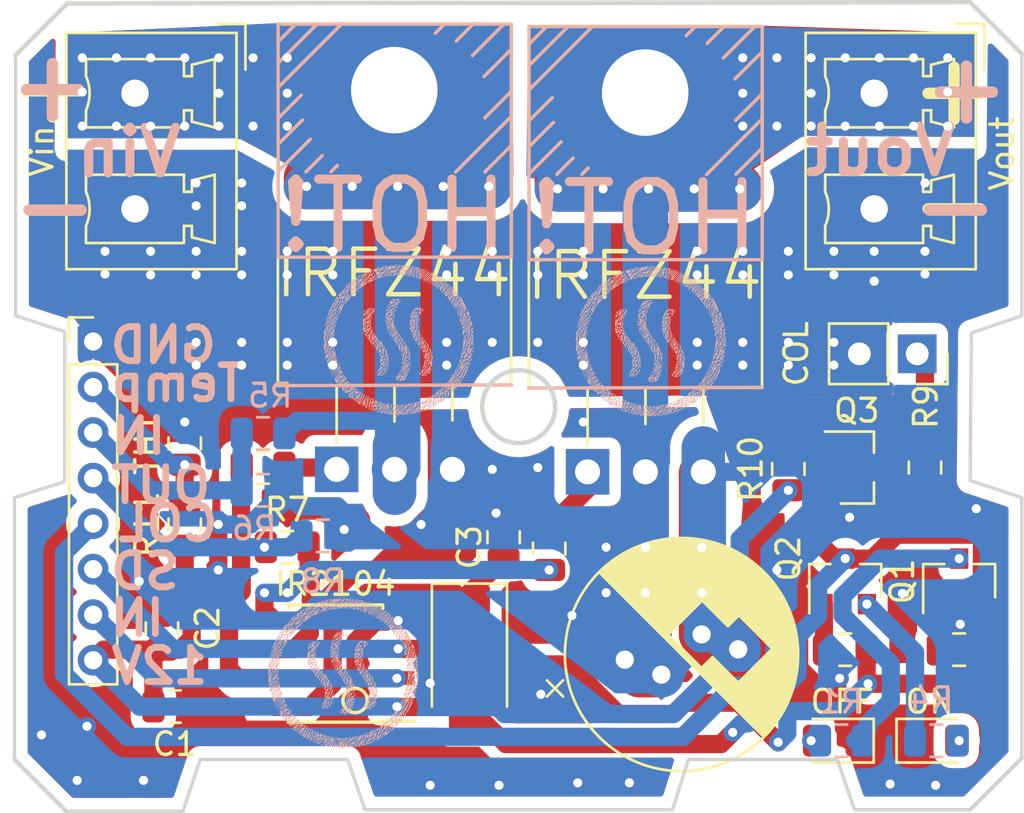
<source format=kicad_pcb>
(kicad_pcb (version 20171130) (host pcbnew 5.0.2-bee76a0~70~ubuntu18.04.1)
  (layers (0 F.Cu signal) (31 B.Cu signal) (34 B.Paste user) (35 F.Paste user) (36 B.SilkS user) (37 F.SilkS user) (38 B.Mask user) (39 F.Mask user) (44 Edge.Cuts user))
  (net 0 "")
  (net 1 12V)
  (net 2 GND)
  (net 3 Vout)
  (net 4 "Net-(C3-Pad2)")
  (net 5 "Net-(D1-Pad2)")
  (net 6 "Net-(D2-Pad2)")
  (net 7 Temp)
  (net 8 Vin_log)
  (net 9 Vout_log)
  (net 10 Col)
  (net 11 SD)
  (net 12 IN)
  (net 13 Vin)
  (net 14 "Net-(Q1-Pad1)")
  (net 15 "Net-(Q1-Pad3)")
  (net 16 "Net-(Q2-Pad2)")
  (net 17 "Net-(Q2-Pad1)")
  (net 18 "Net-(Q3-Pad1)")
  (net 19 "Net-(Q3-Pad3)")
  (net 20 "Net-(Q4-Pad1)")
  (net 21 "Net-(Q5-Pad1)")
  (net 22 Vcol)
  (net 23 "Net-(R12-Pad2)")
  (net 24 "Net-(R13-Pad2)")
  (module pcb:hot-s (layer B.Cu) (at 73.44 104.544)
    (fp_text reference G*** hide)
    (fp_text value LOGO hide)
  )
  (module pcb:hot-s (layer B.Cu) (at 86.94 89.964)
    (fp_text reference G*** hide)
    (fp_text value LOGO hide)
  )
  (module pcb:TO-220-IRFZ44-DWN (layer F.Cu) (at 84.186 95.688)
    (fp_text reference Q5 hide)
    (fp_text value IRFZ44N)
    (fp_text user HOT! (at 2.49 -11.12 180) (layer B.SilkS) (effects (font (size 3 3) (thickness 0.4)) (justify mirror)))
    (fp_text user IRFZ44 (at 2.5 -8.61) (layer F.SilkS) (effects (font (size 2 2) (thickness 0.2))))
    (pad 2 thru_hole oval (at 6.68 -12.43) (size 1 1) (drill 0.4) (layers *.Cu *.Mask) (net 3 Vout))
    (pad 2 thru_hole oval (at 4.68 -12.43) (size 1 1) (drill 0.4) (layers *.Cu *.Mask) (net 3 Vout))
    (pad 2 thru_hole oval (at 2.68 -12.43) (size 1 1) (drill 0.4) (layers *.Cu *.Mask) (net 3 Vout))
    (pad 2 thru_hole oval (at 0.68 -12.43) (size 1 1) (drill 0.4) (layers *.Cu *.Mask) (net 3 Vout))
    (pad 2 thru_hole oval (at -1.32 -12.43) (size 1 1) (drill 0.4) (layers *.Cu *.Mask) (net 3 Vout))
    (pad 2 thru_hole oval (at 2.53 -16.66) (size 8 6) (drill 3.8 (offset 0 0.5)) (layers *.Cu *.Mask) (net 3 Vout))
    (pad 3 thru_hole oval (at 5.08 0) (size 1.905 4) (drill 1.1) (layers *.Cu *.Mask) (net 2 GND))
    (pad 2 thru_hole oval (at 2.54 0) (size 1.905 4) (drill 1.1) (layers *.Cu *.Mask) (net 3 Vout))
    (pad 1 thru_hole rect (at 0 0) (size 1.905 2) (drill 1.1) (layers *.Cu *.Mask) (net 21 "Net-(Q5-Pad1)"))
  )
  (module Capacitor_SMD:C_0805_2012Metric (layer F.Cu) (at 66.0625 106 180)
    (fp_text reference C1 (at 0 -1.65 180) (layer F.SilkS))
    (fp_text value 10uF hide)
    (pad 2 smd roundrect (at 0.9375 0 180) (size 0.975 1.4) (layers F.Cu F.Paste F.Mask) (net 1 12V))
    (pad 1 smd roundrect (at -0.9375 0 180) (size 0.975 1.4) (layers F.Cu F.Paste F.Mask) (net 2 GND))
  )
  (module Capacitor_SMD:C_0805_2012Metric (layer F.Cu) (at 65.5 102.5625 90)
    (fp_text reference C2 (at 0 2 90) (layer F.SilkS))
    (fp_text value 100nF hide)
    (pad 1 smd roundrect (at -0.9375 0 90) (size 0.975 1.4) (layers F.Cu F.Paste F.Mask) (net 1 12V))
    (pad 2 smd roundrect (at 0.9375 0 90) (size 0.975 1.4) (layers F.Cu F.Paste F.Mask) (net 2 GND))
  )
  (module Capacitor_SMD:C_0805_2012Metric (layer F.Cu) (at 80.5 98.5625 270)
    (fp_text reference C3 (at 0.4375 1.5 270) (layer F.SilkS))
    (fp_text value 22uF hide)
    (pad 1 smd roundrect (at -0.9375 0 270) (size 0.975 1.4) (layers F.Cu F.Paste F.Mask) (net 3 Vout))
    (pad 2 smd roundrect (at 0.9375 0 270) (size 0.975 1.4) (layers F.Cu F.Paste F.Mask) (net 4 "Net-(C3-Pad2)"))
  )
  (module Capacitor_THT:CP_Radial_D10.0mm_P2.50mm_P5.00mm (layer F.Cu) (at 87.426 104.598 45)
    (fp_text reference C4 hide)
    (fp_text value CP1 hide)
    (pad 1 thru_hole rect (at 0 0 45) (size 1.6 1.6) (drill 0.8) (layers *.Cu *.Mask) (net 3 Vout))
    (pad 2 thru_hole circle (at 2.5 0 45) (size 1.6 1.6) (drill 0.8) (layers *.Cu *.Mask) (net 2 GND))
    (pad 1 thru_hole rect (at -0.670937 -1.6 45) (size 1.6 1.6) (drill 0.8) (layers *.Cu *.Mask) (net 3 Vout))
    (pad 2 thru_hole circle (at 3.170937 1.6 45) (size 1.6 1.6) (drill 0.8) (layers *.Cu *.Mask) (net 2 GND))
  )
  (module Diode_SMD:D_0805_2012Metric (layer F.Cu) (at 95.0625 107.5 180)
    (fp_text reference D1 hide)
    (fp_text value OFF (at -0.3015 1.714 180) (layer F.SilkS))
    (pad 2 smd roundrect (at 0.9375 0 180) (size 0.975 1.4) (layers F.Cu F.Paste F.Mask) (net 5 "Net-(D1-Pad2)"))
    (pad 1 smd roundrect (at -0.9375 0 180) (size 0.975 1.4) (layers F.Cu F.Paste F.Mask) (net 2 GND))
  )
  (module Diode_SMD:D_0805_2012Metric (layer F.Cu) (at 99.4375 107.5)
    (fp_text reference D2 hide)
    (fp_text value ON (at -0.2395 -1.714) (layer F.SilkS))
    (pad 1 smd roundrect (at -0.9375 0) (size 0.975 1.4) (layers F.Cu F.Paste F.Mask) (net 2 GND))
    (pad 2 smd roundrect (at 0.9375 0) (size 0.975 1.4) (layers F.Cu F.Paste F.Mask) (net 6 "Net-(D2-Pad2)"))
  )
  (module Diode_SMD:D_SMA (layer F.Cu) (at 79 104 270)
    (fp_text reference D3 hide)
    (fp_text value D_Schottky hide)
    (pad 1 smd rect (at -2 0 270) (size 2.5 1.8) (layers F.Cu F.Paste F.Mask) (net 4 "Net-(C3-Pad2)"))
    (pad 2 smd rect (at 2 0 270) (size 2.5 1.8) (layers F.Cu F.Paste F.Mask) (net 1 12V))
  )
  (module Connector_PinHeader_2.00mm:PinHeader_1x08_P2.00mm_Vertical (layer F.Cu) (at 62.478 89.964)
    (fp_text reference J1 hide)
    (fp_text value "NXW P2mm" hide)
    (pad 1 thru_hole rect (at 0 0) (size 1.35 1.35) (drill 0.8) (layers *.Cu *.Mask) (net 2 GND))
    (pad 2 thru_hole oval (at 0 2) (size 1.35 1.35) (drill 0.8) (layers *.Cu *.Mask) (net 7 Temp))
    (pad 3 thru_hole oval (at 0 4) (size 1.35 1.35) (drill 0.8) (layers *.Cu *.Mask) (net 8 Vin_log))
    (pad 4 thru_hole oval (at 0 6) (size 1.35 1.35) (drill 0.8) (layers *.Cu *.Mask) (net 9 Vout_log))
    (pad 5 thru_hole oval (at 0 8) (size 1.35 1.35) (drill 0.8) (layers *.Cu *.Mask) (net 10 Col))
    (pad 6 thru_hole oval (at 0 10) (size 1.35 1.35) (drill 0.8) (layers *.Cu *.Mask) (net 11 SD))
    (pad 7 thru_hole oval (at 0 12) (size 1.35 1.35) (drill 0.8) (layers *.Cu *.Mask) (net 12 IN))
    (pad 8 thru_hole oval (at 0 14) (size 1.35 1.35) (drill 0.8) (layers *.Cu *.Mask) (net 1 12V))
  )
  (module Connector_Phoenix_MC_HighVoltage:PhoenixContact_MCV_1,5_2-G-5.08_1x02_P5.08mm_Vertical (layer F.Cu) (at 64.314 79.056 270)
    (fp_text reference J2)
    (fp_text value Vin (at 2.54 4.1 270) (layer F.SilkS))
    (pad 1 thru_hole roundrect (at 0 0 270) (size 1.8 3.6) (drill 1.2) (layers *.Cu *.Mask) (roundrect_rratio 0.138889) (net 13 Vin))
    (pad 2 thru_hole oval (at 5.08 0 270) (size 1.8 3.6) (drill 1.2) (layers *.Cu *.Mask) (net 2 GND))
  )
  (module Connector_Phoenix_MC_HighVoltage:PhoenixContact_MCV_1,5_2-G-5.08_1x02_P5.08mm_Vertical (layer F.Cu) (at 96.768 79.056 270)
    (fp_text reference J3)
    (fp_text value Vout (at 2.646 -5.616 270) (layer F.SilkS))
    (pad 2 thru_hole oval (at 5.08 0 270) (size 1.8 3.6) (drill 1.2) (layers *.Cu *.Mask) (net 2 GND))
    (pad 1 thru_hole roundrect (at 0 0 270) (size 1.8 3.6) (drill 1.2) (layers *.Cu *.Mask) (roundrect_rratio 0.138889) (net 3 Vout))
  )
  (module Connector_PinSocket_2.54mm:PinSocket_1x02_P2.54mm_Vertical (layer F.Cu) (at 98.658 90.504 270)
    (fp_text reference J4 hide)
    (fp_text value COL (at 0 5.31 270) (layer F.SilkS))
    (pad 1 thru_hole rect (at 0 0 270) (size 1.7 1.7) (drill 1) (layers *.Cu *.Mask) (net 22 Vcol))
    (pad 2 thru_hole oval (at 0 2.54 270) (size 1.7 1.7) (drill 1) (layers *.Cu *.Mask) (net 2 GND))
  )
  (module Package_TO_SOT_SMD:SOT-23 (layer F.Cu) (at 100.5 100.5 90)
    (fp_text reference Q1 (at 0 -2.5 90) (layer F.SilkS))
    (fp_text value Q_NPN_BCE hide)
    (pad 1 smd rect (at -1 -0.95 90) (size 0.9 0.8) (layers F.Cu F.Paste F.Mask) (net 14 "Net-(Q1-Pad1)"))
    (pad 2 smd rect (at -1 0.95 90) (size 0.9 0.8) (layers F.Cu F.Paste F.Mask) (net 1 12V))
    (pad 3 smd rect (at 1 0 90) (size 0.9 0.8) (layers F.Cu F.Paste F.Mask) (net 15 "Net-(Q1-Pad3)"))
  )
  (module Package_TO_SOT_SMD:SOT-23 (layer F.Cu) (at 95.5 100.5 90)
    (fp_text reference Q2 (at 1 -2.5 90) (layer F.SilkS))
    (fp_text value Q_PNP_BCE hide)
    (pad 3 smd rect (at 1 0 90) (size 0.9 0.8) (layers F.Cu F.Paste F.Mask) (net 1 12V))
    (pad 2 smd rect (at -1 0.95 90) (size 0.9 0.8) (layers F.Cu F.Paste F.Mask) (net 16 "Net-(Q2-Pad2)"))
    (pad 1 smd rect (at -1 -0.95 90) (size 0.9 0.8) (layers F.Cu F.Paste F.Mask) (net 17 "Net-(Q2-Pad1)"))
  )
  (module Package_TO_SOT_SMD:SOT-23 (layer F.Cu) (at 96 95.5)
    (fp_text reference Q3 (at 0 -2.5) (layer F.SilkS))
    (fp_text value Q_NPN_BCE hide)
    (pad 1 smd rect (at -1 -0.95) (size 0.9 0.8) (layers F.Cu F.Paste F.Mask) (net 18 "Net-(Q3-Pad1)"))
    (pad 2 smd rect (at -1 0.95) (size 0.9 0.8) (layers F.Cu F.Paste F.Mask) (net 1 12V))
    (pad 3 smd rect (at 1 0) (size 0.9 0.8) (layers F.Cu F.Paste F.Mask) (net 19 "Net-(Q3-Pad3)"))
  )
  (module pcb:TO-220-IRFZ44-DWN (layer F.Cu) (at 73.17 95.58)
    (fp_text reference Q4 hide)
    (fp_text value IRFZ44N)
    (fp_text user IRFZ44 (at 2.5 -8.61) (layer F.SilkS) (effects (font (size 2 2) (thickness 0.2))))
    (fp_text user HOT! (at 2.49 -11.12 180) (layer B.SilkS) (effects (font (size 3 3) (thickness 0.4)) (justify mirror)))
    (pad 1 thru_hole rect (at 0 0) (size 1.905 2) (drill 1.1) (layers *.Cu *.Mask) (net 20 "Net-(Q4-Pad1)"))
    (pad 2 thru_hole oval (at 2.54 0) (size 1.905 4) (drill 1.1) (layers *.Cu *.Mask) (net 13 Vin))
    (pad 3 thru_hole oval (at 5.08 0) (size 1.905 4) (drill 1.1) (layers *.Cu *.Mask) (net 3 Vout))
    (pad 2 thru_hole oval (at 2.53 -16.66) (size 8 6) (drill 3.8 (offset 0 0.5)) (layers *.Cu *.Mask) (net 13 Vin))
    (pad 2 thru_hole oval (at -1.32 -12.43) (size 1 1) (drill 0.4) (layers *.Cu *.Mask) (net 13 Vin))
    (pad 2 thru_hole oval (at 0.68 -12.43) (size 1 1) (drill 0.4) (layers *.Cu *.Mask) (net 13 Vin))
    (pad 2 thru_hole oval (at 2.68 -12.43) (size 1 1) (drill 0.4) (layers *.Cu *.Mask) (net 13 Vin))
    (pad 2 thru_hole oval (at 4.68 -12.43) (size 1 1) (drill 0.4) (layers *.Cu *.Mask) (net 13 Vin))
    (pad 2 thru_hole oval (at 6.68 -12.43) (size 1 1) (drill 0.4) (layers *.Cu *.Mask) (net 13 Vin))
  )
  (module Resistor_SMD:R_0805_2012Metric (layer B.Cu) (at 95.3295 107.5)
    (fp_text reference R1 (at -0.014 -1.714) (layer B.SilkS) (effects (justify mirror)))
    (fp_text value 1k hide)
    (pad 2 smd roundrect (at 0.9375 0) (size 0.975 1.4) (layers B.Cu B.Paste B.Mask) (net 15 "Net-(Q1-Pad3)"))
    (pad 1 smd roundrect (at -0.9375 0) (size 0.975 1.4) (layers B.Cu B.Paste B.Mask) (net 5 "Net-(D1-Pad2)"))
  )
  (module Resistor_SMD:R_0805_2012Metric (layer F.Cu) (at 100.5 103.5 180)
    (fp_text reference R2 hide)
    (fp_text value R hide)
    (pad 2 smd roundrect (at 0.9375 0 180) (size 0.975 1.4) (layers F.Cu F.Paste F.Mask) (net 14 "Net-(Q1-Pad1)"))
    (pad 1 smd roundrect (at -0.9375 0 180) (size 0.975 1.4) (layers F.Cu F.Paste F.Mask) (net 11 SD))
  )
  (module Resistor_SMD:R_0805_2012Metric (layer F.Cu) (at 95.5 103.5)
    (fp_text reference R3 hide)
    (fp_text value R hide)
    (pad 1 smd roundrect (at -0.9375 0) (size 0.975 1.4) (layers F.Cu F.Paste F.Mask) (net 17 "Net-(Q2-Pad1)"))
    (pad 2 smd roundrect (at 0.9375 0) (size 0.975 1.4) (layers F.Cu F.Paste F.Mask) (net 11 SD))
  )
  (module Resistor_SMD:R_0805_2012Metric (layer B.Cu) (at 99.5 107.5 180)
    (fp_text reference R4 (at 0.248 1.822 180) (layer B.SilkS) (effects (justify mirror)))
    (fp_text value 1k hide)
    (pad 2 smd roundrect (at 0.9375 0 180) (size 0.975 1.4) (layers B.Cu B.Paste B.Mask) (net 16 "Net-(Q2-Pad2)"))
    (pad 1 smd roundrect (at -0.9375 0 180) (size 0.975 1.4) (layers B.Cu B.Paste B.Mask) (net 6 "Net-(D2-Pad2)"))
  )
  (module Resistor_SMD:R_0805_2012Metric (layer B.Cu) (at 69.9375 94)
    (fp_text reference R5 (at 0.3165 -1.66) (layer B.SilkS) (effects (justify mirror)))
    (fp_text value 100k hide)
    (pad 1 smd roundrect (at -0.9375 0) (size 0.975 1.4) (layers B.Cu B.Paste B.Mask) (net 8 Vin_log))
    (pad 2 smd roundrect (at 0.9375 0) (size 0.975 1.4) (layers B.Cu B.Paste B.Mask) (net 13 Vin))
  )
  (module Resistor_SMD:R_0805_2012Metric (layer B.Cu) (at 69.9375 96.5 180)
    (fp_text reference R6 (at 0.3855 -1.672 180) (layer B.SilkS) (effects (justify mirror)))
    (fp_text value 10k hide)
    (pad 2 smd roundrect (at 0.9375 0 180) (size 0.975 1.4) (layers B.Cu B.Paste B.Mask) (net 8 Vin_log))
    (pad 1 smd roundrect (at -0.9375 0 180) (size 0.975 1.4) (layers B.Cu B.Paste B.Mask) (net 2 GND))
  )
  (module Resistor_SMD:R_0805_2012Metric (layer F.Cu) (at 71 99)
    (fp_text reference R7 (at 0 -1.65) (layer F.SilkS))
    (fp_text value 100k hide)
    (pad 1 smd roundrect (at -0.9375 0) (size 0.975 1.4) (layers F.Cu F.Paste F.Mask) (net 9 Vout_log))
    (pad 2 smd roundrect (at 0.9375 0) (size 0.975 1.4) (layers F.Cu F.Paste F.Mask) (net 3 Vout))
  )
  (module Resistor_SMD:R_0805_2012Metric (layer B.Cu) (at 72.5625 98.5 180)
    (fp_text reference R8 (at 0 -2 180) (layer B.SilkS) (effects (justify mirror)))
    (fp_text value 10k hide)
    (pad 1 smd roundrect (at -0.9375 0 180) (size 0.975 1.4) (layers B.Cu B.Paste B.Mask) (net 2 GND))
    (pad 2 smd roundrect (at 0.9375 0 180) (size 0.975 1.4) (layers B.Cu B.Paste B.Mask) (net 9 Vout_log))
  )
  (module Resistor_SMD:R_0805_2012Metric (layer F.Cu) (at 99 95.5 270)
    (fp_text reference R9 (at -2.674 -0.036 270) (layer F.SilkS))
    (fp_text value 1k hide)
    (pad 2 smd roundrect (at 0.9375 0 270) (size 0.975 1.4) (layers F.Cu F.Paste F.Mask) (net 19 "Net-(Q3-Pad3)"))
    (pad 1 smd roundrect (at -0.9375 0 270) (size 0.975 1.4) (layers F.Cu F.Paste F.Mask) (net 22 Vcol))
  )
  (module Resistor_SMD:R_0805_2012Metric (layer F.Cu) (at 93 95.5625 90)
    (fp_text reference R10 (at 0 -1.65 90) (layer F.SilkS))
    (fp_text value R hide)
    (pad 1 smd roundrect (at -0.9375 0 90) (size 0.975 1.4) (layers F.Cu F.Paste F.Mask) (net 10 Col))
    (pad 2 smd roundrect (at 0.9375 0 90) (size 0.975 1.4) (layers F.Cu F.Paste F.Mask) (net 18 "Net-(Q3-Pad1)"))
  )
  (module Resistor_SMD:R_0805_2012Metric (layer F.Cu) (at 66.5 98 90)
    (fp_text reference R11 (at 0 -1.65 90) (layer F.SilkS))
    (fp_text value 30k hide)
    (pad 2 smd roundrect (at 0.9375 0 90) (size 0.975 1.4) (layers F.Cu F.Paste F.Mask) (net 7 Temp))
    (pad 1 smd roundrect (at -0.9375 0 90) (size 0.975 1.4) (layers F.Cu F.Paste F.Mask) (net 1 12V))
  )
  (module Resistor_SMD:R_0805_2012Metric (layer F.Cu) (at 69.9375 95.5 180)
    (fp_text reference R12 hide)
    (fp_text value 22 hide)
    (pad 1 smd roundrect (at -0.9375 0 180) (size 0.975 1.4) (layers F.Cu F.Paste F.Mask) (net 20 "Net-(Q4-Pad1)"))
    (pad 2 smd roundrect (at 0.9375 0 180) (size 0.975 1.4) (layers F.Cu F.Paste F.Mask) (net 23 "Net-(R12-Pad2)"))
  )
  (module Resistor_SMD:R_0805_2012Metric (layer F.Cu) (at 82.5 99.0625 270)
    (fp_text reference R13 hide)
    (fp_text value 22 hide)
    (pad 2 smd roundrect (at 0.9375 0 270) (size 0.975 1.4) (layers F.Cu F.Paste F.Mask) (net 24 "Net-(R13-Pad2)"))
    (pad 1 smd roundrect (at -0.9375 0 270) (size 0.975 1.4) (layers F.Cu F.Paste F.Mask) (net 21 "Net-(Q5-Pad1)"))
  )
  (module Resistor_SMD:R_0805_2012Metric (layer F.Cu) (at 66.5 94.4375 90)
    (fp_text reference TH1 (at 0 -1.65 90) (layer F.SilkS))
    (fp_text value 10k hide)
    (pad 1 smd roundrect (at -0.9375 0 90) (size 0.975 1.4) (layers F.Cu F.Paste F.Mask) (net 7 Temp))
    (pad 2 smd roundrect (at 0.9375 0 90) (size 0.975 1.4) (layers F.Cu F.Paste F.Mask) (net 2 GND))
  )
  (module Package_SO:SOIC-8_3.9x4.9mm_P1.27mm (layer F.Cu) (at 73.116 104.112 180)
    (fp_text reference U1 hide)
    (fp_text value IR2104 (at 0 3.5 180) (layer F.SilkS))
    (pad 1 smd rect (at -2.7 -1.905 180) (size 1.55 0.6) (layers F.Cu F.Paste F.Mask) (net 1 12V))
    (pad 2 smd rect (at -2.7 -0.635 180) (size 1.55 0.6) (layers F.Cu F.Paste F.Mask) (net 12 IN))
    (pad 3 smd rect (at -2.7 0.635 180) (size 1.55 0.6) (layers F.Cu F.Paste F.Mask) (net 11 SD))
    (pad 4 smd rect (at -2.7 1.905 180) (size 1.55 0.6) (layers F.Cu F.Paste F.Mask) (net 2 GND))
    (pad 5 smd rect (at 2.7 1.905 180) (size 1.55 0.6) (layers F.Cu F.Paste F.Mask) (net 24 "Net-(R13-Pad2)"))
    (pad 6 smd rect (at 2.7 0.635 180) (size 1.55 0.6) (layers F.Cu F.Paste F.Mask) (net 3 Vout))
    (pad 7 smd rect (at 2.7 -0.635 180) (size 1.55 0.6) (layers F.Cu F.Paste F.Mask) (net 23 "Net-(R12-Pad2)"))
    (pad 8 smd rect (at 2.7 -1.905 180) (size 1.55 0.6) (layers F.Cu F.Paste F.Mask) (net 4 "Net-(C3-Pad2)"))
  )
  (module pcb:hot-s (layer B.Cu) (at 75.87 89.91)
    (fp_text reference G*** hide)
    (fp_text value LOGO hide)
  )
  (gr_circle (center 73.98 105.732) (end 74.358 106.11) (layer F.SilkS) (width 0.15))
  (gr_text - (at 60.804 83.97) (layer F.SilkS) (effects (font (size 3 3) (thickness 0.5))))
  (gr_text + (at 60.696 78.732) (layer F.SilkS) (effects (font (size 3 3) (thickness 0.5))))
  (gr_text - (at 100.278 83.916) (layer F.SilkS) (effects (font (size 3 3) (thickness 0.5))))
  (gr_text + (at 100.278 78.84) (layer F.SilkS) (effects (font (size 3 3) (thickness 0.5))))
  (gr_text + (at 100.818 78.786) (layer B.SilkS) (effects (font (size 3 3) (thickness 0.5)) (justify mirror)))
  (gr_text + (at 60.696 78.678) (layer B.SilkS) (effects (font (size 3 3) (thickness 0.5)) (justify mirror)))
  (gr_text - (at 60.804 83.97) (layer B.SilkS) (effects (font (size 3 3) (thickness 0.5)) (justify mirror)))
  (gr_text - (at 100.332 83.97) (layer B.SilkS) (effects (font (size 3 3) (thickness 0.5)) (justify mirror)))
  (gr_text Vout (at 97.038 81.594) (layer B.SilkS) (effects (font (size 2 2) (thickness 0.4)) (justify mirror)))
  (gr_text Vin (at 64.044 81.648) (layer B.SilkS) (effects (font (size 2 2) (thickness 0.4)) (justify mirror)))
  (gr_text GND (at 65.556 90.126) (layer B.SilkS) (effects (font (size 1.5 1.5) (thickness 0.3)) (justify mirror)))
  (gr_text Temp (at 66.204 91.8) (layer B.SilkS) (effects (font (size 1.5 1.5) (thickness 0.3)) (justify mirror)))
  (gr_text OUT (at 65.448 96.282) (layer B.SilkS) (effects (font (size 1.5 1.5) (thickness 0.3)) (justify mirror)))
  (gr_text IN (at 64.476 94.122) (layer B.SilkS) (effects (font (size 1.5 1.5) (thickness 0.3)) (justify mirror)))
  (gr_text COL (at 65.772 97.956) (layer B.SilkS) (effects (font (size 1.5 1.5) (thickness 0.3)) (justify mirror)))
  (gr_text SD (at 64.746 100.062) (layer B.SilkS) (effects (font (size 1.5 1.5) (thickness 0.3)) (justify mirror)))
  (gr_text IN (at 64.422 102.114) (layer B.SilkS) (effects (font (size 1.5 1.5) (thickness 0.3)) (justify mirror)))
  (gr_text 12V (at 65.394 104.22) (layer B.SilkS) (effects (font (size 1.5 1.5) (thickness 0.3)) (justify mirror)))
  (gr_line (start 103.248 96.822) (end 103.248 108.27) (layer Edge.Cuts) (width 0.15))
  (gr_line (start 100.98 96.066) (end 103.248 96.822) (layer Edge.Cuts) (width 0.15))
  (gr_line (start 101.034 89.586) (end 100.98 96.066) (layer Edge.Cuts) (width 0.15))
  (gr_line (start 103.248 88.83) (end 101.034 89.586) (layer Edge.Cuts) (width 0.15))
  (gr_line (start 103.248 77.328) (end 103.248 88.83) (layer Edge.Cuts) (width 0.15))
  (gr_line (start 59.022 96.822) (end 59.022 108.324) (layer Edge.Cuts) (width 0.15))
  (gr_line (start 61.236 96.12) (end 59.022 96.822) (layer Edge.Cuts) (width 0.15))
  (gr_line (start 61.236 89.532) (end 61.236 96.12) (layer Edge.Cuts) (width 0.15))
  (gr_line (start 59.076 88.83) (end 61.236 89.532) (layer Edge.Cuts) (width 0.15))
  (gr_line (start 59.076 77.382) (end 59.076 88.83) (layer Edge.Cuts) (width 0.15))
  (gr_line (start 77.166 110.538) (end 85.158 110.538) (layer Edge.Cuts) (width 0.15))
  (gr_line (start 95.904 110.538) (end 100.98 110.538) (layer Edge.Cuts) (width 0.15))
  (gr_line (start 95.148 108.324) (end 95.904 110.538) (layer Edge.Cuts) (width 0.15))
  (gr_line (start 88.614 108.324) (end 95.148 108.324) (layer Edge.Cuts) (width 0.15))
  (gr_line (start 87.912 110.538) (end 88.614 108.324) (layer Edge.Cuts) (width 0.15))
  (gr_line (start 85.158 110.538) (end 87.912 110.538) (layer Edge.Cuts) (width 0.15))
  (gr_line (start 74.412 110.538) (end 77.166 110.538) (layer Edge.Cuts) (width 0.15))
  (gr_line (start 73.656 108.324) (end 74.412 110.538) (layer Edge.Cuts) (width 0.15))
  (gr_line (start 67.176 108.324) (end 73.656 108.324) (layer Edge.Cuts) (width 0.15))
  (gr_line (start 66.42 110.592) (end 67.176 108.324) (layer Edge.Cuts) (width 0.15))
  (gr_line (start 61.29 110.592) (end 66.42 110.592) (layer Edge.Cuts) (width 0.15))
  (gr_line (start 59.022 108.324) (end 61.29 110.592) (layer Edge.Cuts) (width 0.2))
  (gr_line (start 61.344 75.114) (end 59.076 77.382) (layer Edge.Cuts) (width 0.2))
  (gr_line (start 100.98 75.06) (end 61.344 75.114) (layer Edge.Cuts) (width 0.2))
  (gr_line (start 103.248 77.328) (end 100.98 75.06) (layer Edge.Cuts) (width 0.2))
  (gr_line (start 100.98 110.538) (end 103.248 108.27) (layer Edge.Cuts) (width 0.2))
  (gr_circle (center 81.162 92.826) (end 82.762 92.826) (layer Edge.Cuts) (width 0.2))
  (via (at 75.816 106.002) (size 0.8) (drill 0.4) (layers F.Cu B.Cu) (net 1))
  (segment (start 64.516 106.002) (end 62.478 103.964) (width 0.8) (layer B.Cu) (net 1))
  (segment (start 75.816 106.002) (end 64.516 106.002) (width 0.8) (layer B.Cu) (net 1))
  (segment (start 78.983 106.017) (end 79 106) (width 0.8) (layer F.Cu) (net 1))
  (segment (start 75.816 106.017) (end 78.983 106.017) (width 0.8) (layer F.Cu) (net 1))
  (segment (start 66.3 103.5) (end 65.5 103.5) (width 0.8) (layer F.Cu) (net 1))
  (segment (start 66.80001 102.99999) (end 66.3 103.5) (width 0.8) (layer F.Cu) (net 1))
  (segment (start 62.942 103.5) (end 62.478 103.964) (width 0.8) (layer F.Cu) (net 1))
  (segment (start 65.5 103.5) (end 62.942 103.5) (width 0.8) (layer F.Cu) (net 1))
  (segment (start 66.5 100.19999) (end 66.5 98.9375) (width 0.8) (layer F.Cu) (net 1))
  (segment (start 66.80001 100.5) (end 66.5 100.19999) (width 0.8) (layer F.Cu) (net 1))
  (segment (start 66.80001 100.5) (end 66.80001 102.99999) (width 0.8) (layer F.Cu) (net 1))
  (segment (start 65.125 103.875) (end 65.5 103.5) (width 0.8) (layer F.Cu) (net 1))
  (segment (start 65.125 106) (end 65.125 103.875) (width 0.8) (layer F.Cu) (net 1))
  (segment (start 96.7 99.5) (end 95.5 99.5) (width 0.8) (layer F.Cu) (net 1))
  (segment (start 97.750001 98.449999) (end 96.7 99.5) (width 0.8) (layer F.Cu) (net 1))
  (segment (start 101.380001 98.449999) (end 97.750001 98.449999) (width 0.8) (layer F.Cu) (net 1))
  (segment (start 101.500001 98.569999) (end 101.380001 98.449999) (width 0.8) (layer F.Cu) (net 1))
  (segment (start 101.500001 100.899999) (end 101.500001 98.569999) (width 0.8) (layer F.Cu) (net 1))
  (segment (start 101.45 100.95) (end 101.500001 100.899999) (width 0.8) (layer F.Cu) (net 1))
  (segment (start 101.45 101.5) (end 101.45 100.95) (width 0.8) (layer F.Cu) (net 1))
  (via (at 90.558 107.136) (size 0.8) (drill 0.4) (layers F.Cu B.Cu) (net 1))
  (segment (start 90.04501 107.64899) (end 90.558 107.136) (width 0.8) (layer F.Cu) (net 1))
  (segment (start 80.60101 107.64899) (end 90.04501 107.64899) (width 0.8) (layer F.Cu) (net 1))
  (via (at 95.5 99.5) (size 0.8) (drill 0.4) (layers F.Cu B.Cu) (net 1))
  (segment (start 79 106.04798) (end 80.60101 107.64899) (width 0.8) (layer F.Cu) (net 1))
  (segment (start 79 106) (end 79 106.04798) (width 0.8) (layer F.Cu) (net 1))
  (segment (start 93.75 97.65) (end 94.95 96.45) (width 0.8) (layer F.Cu) (net 1))
  (segment (start 93.75 98.21) (end 93.75 97.65) (width 0.8) (layer F.Cu) (net 1))
  (segment (start 95.04 99.5) (end 93.75 98.21) (width 0.8) (layer F.Cu) (net 1))
  (segment (start 94.95 96.45) (end 95 96.45) (width 0.8) (layer F.Cu) (net 1))
  (segment (start 95.5 99.5) (end 95.04 99.5) (width 0.8) (layer F.Cu) (net 1))
  (segment (start 94.310516 100.689484) (end 95.5 99.5) (width 0.8) (layer B.Cu) (net 1))
  (segment (start 90.957999 106.736001) (end 91.227722 106.736001) (width 0.8) (layer B.Cu) (net 1))
  (segment (start 91.227722 106.736001) (end 93.39958 104.564143) (width 0.8) (layer B.Cu) (net 1))
  (segment (start 93.39958 104.564143) (end 93.39958 102.916936) (width 0.8) (layer B.Cu) (net 1))
  (segment (start 90.558 107.136) (end 90.957999 106.736001) (width 0.8) (layer B.Cu) (net 1))
  (segment (start 93.39958 102.916936) (end 94.310516 102.006) (width 0.8) (layer B.Cu) (net 1))
  (segment (start 94.310516 102.006) (end 94.310516 100.689484) (width 0.8) (layer B.Cu) (net 1))
  (via (at 75.87 102.222) (size 0.8) (drill 0.4) (layers F.Cu B.Cu) (net 2))
  (segment (start 75.816 102.207) (end 75.341 102.207) (width 0.8) (layer F.Cu) (net 2))
  (segment (start 66.222 102.222) (end 64.5 100.5) (width 0.8) (layer B.Cu) (net 2))
  (segment (start 64.5 91.986) (end 62.478 89.964) (width 0.8) (layer F.Cu) (net 2))
  (segment (start 64.5 93) (end 64.5 91.986) (width 0.8) (layer F.Cu) (net 2))
  (segment (start 89.850714 103.48718) (end 89.193767 102.830233) (width 2) (layer F.Cu) (net 2))
  (segment (start 90.799562 103.48718) (end 89.850714 103.48718) (width 2) (layer F.Cu) (net 2))
  (segment (start 89.193767 95.760233) (end 89.266 95.688) (width 2) (layer F.Cu) (net 2))
  (segment (start 89.193767 102.830233) (end 89.193767 101) (width 2) (layer F.Cu) (net 2))
  (segment (start 89.266 101.953618) (end 90.799562 103.48718) (width 2) (layer B.Cu) (net 2))
  (segment (start 89.266 95.688) (end 89.266 101.953618) (width 2) (layer B.Cu) (net 2))
  (segment (start 89.193767 99) (end 89.193767 95.760233) (width 2) (layer F.Cu) (net 2))
  (via (at 89.193767 99) (size 0.8) (drill 0.4) (layers F.Cu B.Cu) (net 2))
  (segment (start 89.193767 101) (end 89.193767 99) (width 2) (layer F.Cu) (net 2))
  (via (at 89.193767 101) (size 0.8) (drill 0.4) (layers F.Cu B.Cu) (net 2))
  (via (at 64.5 100.5) (size 0.8) (drill 0.4) (layers F.Cu B.Cu) (net 2))
  (segment (start 89.999563 104.287179) (end 90.799562 103.48718) (width 0.8) (layer B.Cu) (net 2))
  (segment (start 87.957361 106.329381) (end 89.999563 104.287179) (width 0.8) (layer B.Cu) (net 2))
  (segment (start 80.543066 106.329381) (end 87.957361 106.329381) (width 0.8) (layer B.Cu) (net 2))
  (segment (start 76.435685 102.222) (end 80.543066 106.329381) (width 0.8) (layer B.Cu) (net 2))
  (segment (start 75.87 102.222) (end 76.435685 102.222) (width 0.8) (layer B.Cu) (net 2))
  (segment (start 65 93.5) (end 64.5 93) (width 0.8) (layer F.Cu) (net 2))
  (segment (start 66.5 93.5) (end 65 93.5) (width 0.8) (layer F.Cu) (net 2))
  (segment (start 65.5 101.5) (end 64.5 100.5) (width 0.8) (layer F.Cu) (net 2))
  (segment (start 65.5 101.625) (end 65.5 101.5) (width 0.8) (layer F.Cu) (net 2))
  (via (at 66.5 93.5) (size 0.8) (drill 0.4) (layers F.Cu B.Cu) (net 2))
  (segment (start 64.5 96) (end 64.5 93) (width 0.8) (layer F.Cu) (net 2))
  (segment (start 64.5 100.5) (end 64.5 96) (width 0.8) (layer F.Cu) (net 2))
  (segment (start 71.57499 97.19999) (end 73.19999 97.19999) (width 0.8) (layer B.Cu) (net 2))
  (segment (start 70.875 96.5) (end 71.57499 97.19999) (width 0.8) (layer B.Cu) (net 2))
  (segment (start 73.5 97.5) (end 73.5 98.226) (width 0.8) (layer B.Cu) (net 2))
  (segment (start 73.19999 97.19999) (end 73.5 97.5) (width 0.8) (layer B.Cu) (net 2))
  (via (at 67.975318 100.000633) (size 0.8) (drill 0.4) (layers F.Cu B.Cu) (net 2))
  (segment (start 67.5 100.475951) (end 67.975318 100.000633) (width 0.8) (layer B.Cu) (net 2))
  (segment (start 67.5 102.222) (end 67.5 100.475951) (width 0.8) (layer B.Cu) (net 2))
  (segment (start 67.5 102.222) (end 66.222 102.222) (width 0.8) (layer B.Cu) (net 2))
  (segment (start 75.87 102.222) (end 67.5 102.222) (width 0.8) (layer B.Cu) (net 2))
  (via (at 67.97499 98) (size 0.8) (drill 0.4) (layers F.Cu B.Cu) (net 2))
  (segment (start 67.975318 100.000633) (end 67.97499 100.000305) (width 0.8) (layer F.Cu) (net 2))
  (segment (start 67.97499 100.000305) (end 67.97499 98) (width 0.8) (layer F.Cu) (net 2))
  (segment (start 70.318763 97.056237) (end 70.875 96.5) (width 0.8) (layer B.Cu) (net 2))
  (segment (start 70.318763 97.074495) (end 70.318763 97.056237) (width 0.8) (layer B.Cu) (net 2))
  (segment (start 69.393258 98) (end 70.318763 97.074495) (width 0.8) (layer B.Cu) (net 2))
  (segment (start 67.97499 98) (end 69.393258 98) (width 0.8) (layer B.Cu) (net 2))
  (segment (start 74 103.137998) (end 74.930998 102.207) (width 0.8) (layer F.Cu) (net 2))
  (segment (start 74 105.422227) (end 74 103.137998) (width 0.8) (layer F.Cu) (net 2))
  (segment (start 72.405217 107.01701) (end 74 105.422227) (width 0.8) (layer F.Cu) (net 2))
  (segment (start 74.930998 102.207) (end 75.816 102.207) (width 0.8) (layer F.Cu) (net 2))
  (segment (start 68.01701 107.01701) (end 72.405217 107.01701) (width 0.8) (layer F.Cu) (net 2))
  (segment (start 67 106) (end 68.01701 107.01701) (width 0.8) (layer F.Cu) (net 2))
  (segment (start 89.266 95.688) (end 89.266 94.234) (width 0.8) (layer F.Cu) (net 2))
  (via (at 78 86) (size 0.8) (drill 0.4) (layers F.Cu B.Cu) (net 2))
  (via (at 80 86) (size 0.8) (drill 0.4) (layers F.Cu B.Cu) (net 2))
  (via (at 82 86) (size 0.8) (drill 0.4) (layers F.Cu B.Cu) (net 2))
  (via (at 84 86) (size 0.8) (drill 0.4) (layers F.Cu B.Cu) (net 2))
  (via (at 84 91) (size 0.8) (drill 0.4) (layers F.Cu B.Cu) (net 2))
  (via (at 78 91) (size 0.8) (drill 0.4) (layers F.Cu B.Cu) (net 2))
  (via (at 73 91) (size 0.8) (drill 0.4) (layers F.Cu B.Cu) (net 2))
  (via (at 73 86) (size 0.8) (drill 0.4) (layers F.Cu B.Cu) (net 2))
  (via (at 89 86) (size 0.8) (drill 0.4) (layers F.Cu B.Cu) (net 2))
  (via (at 91 86) (size 0.8) (drill 0.4) (layers F.Cu B.Cu) (net 2))
  (via (at 93 86) (size 0.8) (drill 0.4) (layers F.Cu B.Cu) (net 2))
  (via (at 89 91) (size 0.8) (drill 0.4) (layers F.Cu B.Cu) (net 2))
  (via (at 91 91) (size 0.8) (drill 0.4) (layers F.Cu B.Cu) (net 2))
  (via (at 93 91) (size 0.8) (drill 0.4) (layers F.Cu B.Cu) (net 2))
  (via (at 84 90) (size 0.8) (drill 0.4) (layers F.Cu B.Cu) (net 2))
  (via (at 82 90) (size 0.8) (drill 0.4) (layers F.Cu B.Cu) (net 2))
  (via (at 80 90) (size 0.8) (drill 0.4) (layers F.Cu B.Cu) (net 2))
  (via (at 78 90) (size 0.8) (drill 0.4) (layers F.Cu B.Cu) (net 2))
  (via (at 89 90) (size 0.8) (drill 0.4) (layers F.Cu B.Cu) (net 2))
  (via (at 91 90) (size 0.8) (drill 0.4) (layers F.Cu B.Cu) (net 2))
  (via (at 93 90) (size 0.8) (drill 0.4) (layers F.Cu B.Cu) (net 2))
  (via (at 73 90) (size 0.8) (drill 0.4) (layers F.Cu B.Cu) (net 2))
  (via (at 71 90) (size 0.8) (drill 0.4) (layers F.Cu B.Cu) (net 2))
  (via (at 71 91) (size 0.8) (drill 0.4) (layers F.Cu B.Cu) (net 2))
  (via (at 71 86) (size 0.8) (drill 0.4) (layers F.Cu B.Cu) (net 2))
  (via (at 69 91) (size 0.8) (drill 0.4) (layers F.Cu B.Cu) (net 2))
  (via (at 69 90) (size 0.8) (drill 0.4) (layers F.Cu B.Cu) (net 2))
  (via (at 67 91) (size 0.8) (drill 0.4) (layers F.Cu B.Cu) (net 2))
  (via (at 67 90) (size 0.8) (drill 0.4) (layers F.Cu B.Cu) (net 2))
  (segment (start 71 87.036) (end 73 87.036) (width 0.8) (layer F.Cu) (net 2))
  (via (at 71 87.036) (size 0.8) (drill 0.4) (layers F.Cu B.Cu) (net 2))
  (segment (start 73 87.036) (end 78 87.036) (width 0.8) (layer F.Cu) (net 2))
  (via (at 73 87.036) (size 0.8) (drill 0.4) (layers F.Cu B.Cu) (net 2))
  (segment (start 78 87.036) (end 80 87.036) (width 0.8) (layer F.Cu) (net 2))
  (via (at 78 87.036) (size 0.8) (drill 0.4) (layers F.Cu B.Cu) (net 2))
  (segment (start 80 87.036) (end 82 87.036) (width 0.8) (layer F.Cu) (net 2))
  (via (at 80 87.036) (size 0.8) (drill 0.4) (layers F.Cu B.Cu) (net 2))
  (segment (start 82 87.036) (end 84 87.036) (width 0.8) (layer F.Cu) (net 2))
  (via (at 82 87.036) (size 0.8) (drill 0.4) (layers F.Cu B.Cu) (net 2))
  (segment (start 84 87.036) (end 89 87.036) (width 0.8) (layer F.Cu) (net 2))
  (via (at 84 87.036) (size 0.8) (drill 0.4) (layers F.Cu B.Cu) (net 2))
  (segment (start 89 87.036) (end 91 87.036) (width 0.8) (layer F.Cu) (net 2))
  (via (at 89 87.036) (size 0.8) (drill 0.4) (layers F.Cu B.Cu) (net 2))
  (segment (start 91 87.036) (end 93 87.036) (width 0.8) (layer F.Cu) (net 2))
  (via (at 91 87.036) (size 0.8) (drill 0.4) (layers F.Cu B.Cu) (net 2))
  (segment (start 93 87.036) (end 95 87.036) (width 0.8) (layer F.Cu) (net 2))
  (via (at 93 87.036) (size 0.8) (drill 0.4) (layers F.Cu B.Cu) (net 2))
  (segment (start 69 87.036) (end 71 87.036) (width 0.8) (layer F.Cu) (net 2))
  (via (at 69 87.036) (size 0.8) (drill 0.4) (layers F.Cu B.Cu) (net 2))
  (via (at 69 86) (size 0.8) (drill 0.4) (layers F.Cu B.Cu) (net 2))
  (segment (start 67 87.036) (end 69 87.036) (width 0.8) (layer F.Cu) (net 2))
  (via (at 67 87.036) (size 0.8) (drill 0.4) (layers F.Cu B.Cu) (net 2))
  (via (at 67 86) (size 0.8) (drill 0.4) (layers F.Cu B.Cu) (net 2))
  (via (at 67 83) (size 0.8) (drill 0.4) (layers F.Cu B.Cu) (net 2))
  (via (at 69 83) (size 0.8) (drill 0.4) (layers F.Cu B.Cu) (net 2))
  (via (at 67 84) (size 0.8) (drill 0.4) (layers F.Cu B.Cu) (net 2))
  (via (at 69 84) (size 0.8) (drill 0.4) (layers F.Cu B.Cu) (net 2))
  (segment (start 65 87.036) (end 67 87.036) (width 0.8) (layer F.Cu) (net 2))
  (via (at 65 87.036) (size 0.8) (drill 0.4) (layers F.Cu B.Cu) (net 2))
  (segment (start 65 84.822) (end 64.314 84.136) (width 0.8) (layer F.Cu) (net 2))
  (segment (start 65 87.036) (end 65 86) (width 0.8) (layer F.Cu) (net 2))
  (segment (start 65 86) (end 65 84.822) (width 0.8) (layer F.Cu) (net 2))
  (via (at 65 86) (size 0.8) (drill 0.4) (layers F.Cu B.Cu) (net 2))
  (via (at 63 87) (size 0.8) (drill 0.4) (layers F.Cu B.Cu) (net 2))
  (via (at 63 86) (size 0.8) (drill 0.4) (layers F.Cu B.Cu) (net 2))
  (segment (start 96.768 87.316) (end 96.118 87.966) (width 0.8) (layer F.Cu) (net 2))
  (segment (start 96.768 84.136) (end 96.768 86) (width 0.8) (layer F.Cu) (net 2))
  (segment (start 96.118 90.504) (end 96.118 87.966) (width 0.8) (layer F.Cu) (net 2))
  (via (at 95 86) (size 0.8) (drill 0.4) (layers F.Cu B.Cu) (net 2))
  (segment (start 95 87.036) (end 96.768 87.036) (width 0.8) (layer F.Cu) (net 2))
  (via (at 95 87.036) (size 0.8) (drill 0.4) (layers F.Cu B.Cu) (net 2))
  (segment (start 96.768 86) (end 96.768 87.316) (width 0.8) (layer F.Cu) (net 2))
  (via (at 96.768 86) (size 0.8) (drill 0.4) (layers F.Cu B.Cu) (net 2))
  (via (at 96.768 87.316) (size 0.8) (drill 0.4) (layers F.Cu B.Cu) (net 2))
  (via (at 96.768 87.316) (size 0.8) (drill 0.4) (layers F.Cu B.Cu) (net 2))
  (via (at 99 86) (size 0.8) (drill 0.4) (layers F.Cu B.Cu) (net 2))
  (via (at 99 87) (size 0.8) (drill 0.4) (layers F.Cu B.Cu) (net 2))
  (via (at 99 83) (size 0.8) (drill 0.4) (layers F.Cu B.Cu) (net 2))
  (via (at 95 90) (size 0.8) (drill 0.4) (layers F.Cu B.Cu) (net 2))
  (via (at 95 91) (size 0.8) (drill 0.4) (layers F.Cu B.Cu) (net 2))
  (segment (start 96 107.5) (end 98.5 107.5) (width 0.8) (layer F.Cu) (net 2))
  (segment (start 93.47499 100.97499) (end 92.5 100) (width 0.8) (layer F.Cu) (net 2))
  (segment (start 93.47499 104.305748) (end 93.47499 100.97499) (width 0.8) (layer F.Cu) (net 2))
  (segment (start 95.443763 106.274521) (end 93.47499 104.305748) (width 0.8) (layer F.Cu) (net 2))
  (via (at 92.5 100) (size 0.8) (drill 0.4) (layers F.Cu B.Cu) (net 2))
  (segment (start 96 107.5) (end 95.443763 106.943763) (width 0.8) (layer F.Cu) (net 2))
  (segment (start 95.443763 106.943763) (end 95.443763 106.274521) (width 0.8) (layer F.Cu) (net 2))
  (segment (start 91.0185 95.688) (end 89.266 95.688) (width 0.8) (layer B.Cu) (net 2))
  (segment (start 94.000001 96.019999) (end 93.480001 95.499999) (width 0.8) (layer B.Cu) (net 2))
  (segment (start 94.000001 98.499999) (end 94.000001 96.019999) (width 0.8) (layer B.Cu) (net 2))
  (segment (start 91.206501 95.499999) (end 91.0185 95.688) (width 0.8) (layer B.Cu) (net 2))
  (segment (start 93.480001 95.499999) (end 91.206501 95.499999) (width 0.8) (layer B.Cu) (net 2))
  (segment (start 92.5 100) (end 94.000001 98.499999) (width 0.8) (layer B.Cu) (net 2))
  (via (at 98.01 101.034) (size 0.8) (drill 0.4) (layers F.Cu B.Cu) (net 2))
  (via (at 95.688 97.686) (size 0.8) (drill 0.4) (layers F.Cu B.Cu) (net 2))
  (via (at 101.25 97.308) (size 0.8) (drill 0.4) (layers F.Cu B.Cu) (net 2))
  (via (at 99.468 109.458) (size 0.8) (drill 0.4) (layers F.Cu B.Cu) (net 2))
  (via (at 97.47 109.404) (size 0.8) (drill 0.4) (layers F.Cu B.Cu) (net 2))
  (via (at 86.022 109.35) (size 0.8) (drill 0.4) (layers F.Cu B.Cu) (net 2))
  (via (at 83.754 109.35) (size 0.8) (drill 0.4) (layers F.Cu B.Cu) (net 2))
  (via (at 80.298 109.458) (size 0.8) (drill 0.4) (layers F.Cu B.Cu) (net 2))
  (via (at 77.274 109.458) (size 0.8) (drill 0.4) (layers F.Cu B.Cu) (net 2))
  (via (at 64.692 109.242) (size 0.8) (drill 0.4) (layers F.Cu B.Cu) (net 2))
  (via (at 61.776 109.242) (size 0.8) (drill 0.4) (layers F.Cu B.Cu) (net 2))
  (via (at 60.21 107.244) (size 0.8) (drill 0.4) (layers F.Cu B.Cu) (net 2))
  (via (at 62.208 106.866) (size 0.8) (drill 0.4) (layers F.Cu B.Cu) (net 2))
  (segment (start 73.5 98.226) (end 73.5 98.5) (width 0.8) (layer B.Cu) (net 2))
  (via (at 73.5 98.226) (size 0.8) (drill 0.4) (layers F.Cu B.Cu) (net 2))
  (via (at 95.256 104.76) (size 0.8) (drill 0.4) (layers F.Cu B.Cu) (net 2))
  (via (at 82.134 105.462) (size 0.8) (drill 0.4) (layers F.Cu B.Cu) (net 2))
  (via (at 100.548 102.384) (size 0.8) (drill 0.4) (layers F.Cu B.Cu) (net 2))
  (via (at 77.274 104.976) (size 0.8) (drill 0.4) (layers F.Cu B.Cu) (net 2))
  (segment (start 86.726 79.038) (end 86.716 79.028) (width 2) (layer F.Cu) (net 3))
  (segment (start 82.866 83.258) (end 90.866 83.258) (width 2) (layer F.Cu) (net 3))
  (segment (start 82.866 82.878) (end 86.716 79.028) (width 2) (layer F.Cu) (net 3))
  (segment (start 82.866 83.258) (end 82.866 82.878) (width 2) (layer F.Cu) (net 3))
  (segment (start 90.866 83.178) (end 86.716 79.028) (width 2) (layer F.Cu) (net 3))
  (segment (start 90.866 83.258) (end 90.866 83.178) (width 2) (layer F.Cu) (net 3))
  (segment (start 82.866 83.258) (end 86.866 83.258) (width 2) (layer B.Cu) (net 3))
  (segment (start 90.866 83.258) (end 86.866 83.258) (width 2) (layer B.Cu) (net 3))
  (segment (start 86.726 83.398) (end 86.866 83.258) (width 2) (layer B.Cu) (net 3))
  (via (at 100 80.5) (size 0.8) (drill 0.4) (layers F.Cu B.Cu) (net 3))
  (via (at 100 79) (size 0.8) (drill 0.4) (layers F.Cu B.Cu) (net 3))
  (via (at 100 77.5) (size 0.8) (drill 0.4) (layers F.Cu B.Cu) (net 3))
  (via (at 98.5 77.5) (size 0.8) (drill 0.4) (layers F.Cu B.Cu) (net 3))
  (via (at 97 77.5) (size 0.8) (drill 0.4) (layers F.Cu B.Cu) (net 3))
  (via (at 95.5 77.5) (size 0.8) (drill 0.4) (layers F.Cu B.Cu) (net 3))
  (via (at 94 77.5) (size 0.8) (drill 0.4) (layers F.Cu B.Cu) (net 3))
  (via (at 98.5 80.5) (size 0.8) (drill 0.4) (layers F.Cu B.Cu) (net 3))
  (via (at 97 80.5) (size 0.8) (drill 0.4) (layers F.Cu B.Cu) (net 3))
  (via (at 95.5 80.5) (size 0.8) (drill 0.4) (layers F.Cu B.Cu) (net 3))
  (via (at 94 80.5) (size 0.8) (drill 0.4) (layers F.Cu B.Cu) (net 3))
  (via (at 92.5 80.5) (size 0.8) (drill 0.4) (layers F.Cu B.Cu) (net 3))
  (via (at 91 80.5) (size 0.8) (drill 0.4) (layers F.Cu B.Cu) (net 3))
  (via (at 92.5 77.5) (size 0.8) (drill 0.4) (layers F.Cu B.Cu) (net 3))
  (via (at 91 77.5) (size 0.8) (drill 0.4) (layers F.Cu B.Cu) (net 3))
  (segment (start 86.744 79.056) (end 86.716 79.028) (width 0.8) (layer B.Cu) (net 3))
  (segment (start 96.768 79.056) (end 94 79.056) (width 0.8) (layer B.Cu) (net 3))
  (segment (start 91 79.056) (end 86.744 79.056) (width 0.8) (layer B.Cu) (net 3))
  (via (at 91 79.056) (size 0.8) (drill 0.4) (layers F.Cu B.Cu) (net 3))
  (segment (start 94 79.056) (end 91 79.056) (width 0.8) (layer B.Cu) (net 3))
  (via (at 94 79.056) (size 0.8) (drill 0.4) (layers F.Cu B.Cu) (net 3))
  (segment (start 86.477152 104.598) (end 85.820205 103.941053) (width 2) (layer F.Cu) (net 3))
  (segment (start 87.426 104.598) (end 86.477152 104.598) (width 2) (layer F.Cu) (net 3))
  (segment (start 86.726 103.035258) (end 85.820205 103.941053) (width 2) (layer F.Cu) (net 3))
  (segment (start 86.726 95.688) (end 86.726 99) (width 2) (layer F.Cu) (net 3))
  (segment (start 86.726 103.898) (end 87.426 104.598) (width 2) (layer B.Cu) (net 3))
  (segment (start 86.726 95.688) (end 86.726 101) (width 2) (layer B.Cu) (net 3))
  (segment (start 86.726 99) (end 86.726 103.035258) (width 2) (layer F.Cu) (net 3))
  (via (at 86.726 99) (size 0.8) (drill 0.4) (layers F.Cu B.Cu) (net 3))
  (segment (start 86.726 101) (end 86.726 103.898) (width 2) (layer B.Cu) (net 3))
  (via (at 86.726 101) (size 0.8) (drill 0.4) (layers F.Cu B.Cu) (net 3))
  (segment (start 74.87751 99.99999) (end 76.8775 98) (width 0.8) (layer F.Cu) (net 3))
  (segment (start 78.25 96.6275) (end 78.25 95.58) (width 0.8) (layer F.Cu) (net 3))
  (segment (start 73.99101 99.99999) (end 71.991 102) (width 0.8) (layer F.Cu) (net 3))
  (segment (start 74.87751 99.99999) (end 73.99101 99.99999) (width 0.8) (layer F.Cu) (net 3))
  (segment (start 71.991 102.787002) (end 71.991 102) (width 0.8) (layer F.Cu) (net 3))
  (segment (start 71.301002 103.477) (end 71.991 102.787002) (width 0.8) (layer F.Cu) (net 3))
  (segment (start 70.416 103.477) (end 71.301002 103.477) (width 0.8) (layer F.Cu) (net 3))
  (segment (start 80.295 97.625) (end 80.17 97.5) (width 0.8) (layer F.Cu) (net 3))
  (segment (start 80.5 97.625) (end 80.295 97.625) (width 0.8) (layer F.Cu) (net 3))
  (segment (start 80.0025 95.58) (end 80.0025 95.58) (width 0.8) (layer B.Cu) (net 3))
  (segment (start 78.25 95.58) (end 80.0025 95.58) (width 0.8) (layer B.Cu) (net 3))
  (segment (start 86.726 95.688) (end 86.726 93.5) (width 2) (layer B.Cu) (net 3))
  (segment (start 86.726 93.5) (end 86.726 92) (width 2) (layer B.Cu) (net 3))
  (via (at 85 101) (size 0.8) (drill 0.4) (layers F.Cu B.Cu) (net 3))
  (via (at 85 99) (size 0.8) (drill 0.4) (layers F.Cu B.Cu) (net 3))
  (segment (start 86.726 92) (end 86.726 83.398) (width 2) (layer B.Cu) (net 3))
  (segment (start 84 93.5) (end 86.726 93.5) (width 0.8) (layer B.Cu) (net 3))
  (via (at 84 93.5) (size 0.8) (drill 0.4) (layers F.Cu B.Cu) (net 3))
  (via (at 80.0025 95.58) (size 0.8) (drill 0.4) (layers F.Cu B.Cu) (net 3))
  (via (at 82 95.5) (size 0.8) (drill 0.4) (layers F.Cu B.Cu) (net 3))
  (via (at 83.5 102) (size 0.8) (drill 0.4) (layers F.Cu B.Cu) (net 3))
  (segment (start 76.8775 98) (end 78.25 96.6275) (width 0.8) (layer F.Cu) (net 3))
  (via (at 76.8775 98) (size 0.8) (drill 0.4) (layers F.Cu B.Cu) (net 3))
  (segment (start 80.17 97.5) (end 78.25 95.58) (width 0.8) (layer F.Cu) (net 3))
  (via (at 80.17 97.5) (size 0.8) (drill 0.4) (layers F.Cu B.Cu) (net 3))
  (segment (start 84.9735 98.488) (end 86.726 96.7355) (width 0.8) (layer B.Cu) (net 3))
  (segment (start 86.726 96.7355) (end 86.726 95.688) (width 0.8) (layer B.Cu) (net 3))
  (segment (start 82.9105 98.488) (end 84.9735 98.488) (width 0.8) (layer B.Cu) (net 3))
  (segment (start 80.0025 95.58) (end 82.9105 98.488) (width 0.8) (layer B.Cu) (net 3))
  (segment (start 71.9375 99.8) (end 71.9375 99) (width 0.8) (layer F.Cu) (net 3))
  (segment (start 72.036 99.8985) (end 71.9375 99.8) (width 0.8) (layer F.Cu) (net 3))
  (segment (start 72.036 101.955) (end 72.036 99.8985) (width 0.8) (layer F.Cu) (net 3))
  (segment (start 71.991 102) (end 72.036 101.955) (width 0.8) (layer F.Cu) (net 3))
  (segment (start 79 101.65) (end 78.35 101) (width 0.8) (layer F.Cu) (net 4))
  (segment (start 79 102) (end 79 101.65) (width 0.8) (layer F.Cu) (net 4))
  (segment (start 72.99101 105.01699) (end 71.991 106.017) (width 0.8) (layer F.Cu) (net 4))
  (segment (start 71.991 106.017) (end 70.416 106.017) (width 0.8) (layer F.Cu) (net 4))
  (segment (start 72.99101 102.50899) (end 72.99101 105.01699) (width 0.8) (layer F.Cu) (net 4))
  (segment (start 74.5 101) (end 72.99101 102.50899) (width 0.8) (layer F.Cu) (net 4))
  (segment (start 78.35 101) (end 74.5 101) (width 0.8) (layer F.Cu) (net 4))
  (segment (start 79 101) (end 80.5 99.5) (width 0.8) (layer F.Cu) (net 4))
  (segment (start 79 102) (end 79 101) (width 0.8) (layer F.Cu) (net 4))
  (via (at 94 107.5) (size 0.8) (drill 0.4) (layers F.Cu B.Cu) (net 5))
  (via (at 100.5 107.5) (size 0.8) (drill 0.4) (layers F.Cu B.Cu) (net 6))
  (segment (start 66.5 95.375) (end 66.5 95.375) (width 0.8) (layer F.Cu) (net 7))
  (segment (start 66.5 95.375) (end 66.5 97.0625) (width 0.8) (layer F.Cu) (net 7))
  (via (at 66.5 95.375) (size 0.8) (drill 0.4) (layers F.Cu B.Cu) (net 7))
  (segment (start 65.889 95.375) (end 62.478 91.964) (width 0.8) (layer B.Cu) (net 7))
  (segment (start 66.5 95.375) (end 65.889 95.375) (width 0.8) (layer B.Cu) (net 7))
  (segment (start 69 96.5) (end 69 94) (width 0.8) (layer B.Cu) (net 8))
  (segment (start 65.014 96.5) (end 69 96.5) (width 0.8) (layer B.Cu) (net 8))
  (segment (start 62.478 93.964) (end 65.014 96.5) (width 0.8) (layer B.Cu) (net 8))
  (via (at 70 99) (size 0.8) (drill 0.4) (layers F.Cu B.Cu) (net 9))
  (segment (start 71.125 99) (end 71.625 98.5) (width 0.8) (layer B.Cu) (net 9))
  (segment (start 70 99) (end 71.125 99) (width 0.8) (layer B.Cu) (net 9))
  (segment (start 70 99) (end 65.514 99) (width 0.8) (layer B.Cu) (net 9))
  (segment (start 65.514 99) (end 62.478 95.964) (width 0.8) (layer B.Cu) (net 9))
  (via (at 93 96.5) (size 0.8) (drill 0.4) (layers F.Cu B.Cu) (net 10))
  (segment (start 90.61378 105.087188) (end 88.371577 107.329391) (width 0.8) (layer B.Cu) (net 10))
  (segment (start 93 96.5) (end 90.86601 98.63399) (width 0.8) (layer B.Cu) (net 10))
  (segment (start 61.202999 104.576001) (end 61.202999 99.239001) (width 0.8) (layer B.Cu) (net 10))
  (segment (start 90.86601 101.290874) (end 92.39957 102.824434) (width 0.8) (layer B.Cu) (net 10))
  (segment (start 90.86601 98.63399) (end 90.86601 101.290874) (width 0.8) (layer B.Cu) (net 10))
  (segment (start 61.202999 99.239001) (end 62.478 97.964) (width 0.8) (layer B.Cu) (net 10))
  (segment (start 88.371577 107.329391) (end 63.956389 107.329391) (width 0.8) (layer B.Cu) (net 10))
  (segment (start 92.39957 102.824434) (end 92.39957 104.149926) (width 0.8) (layer B.Cu) (net 10))
  (segment (start 92.39957 104.149926) (end 91.462308 105.087188) (width 0.8) (layer B.Cu) (net 10))
  (segment (start 63.956389 107.329391) (end 61.202999 104.576001) (width 0.8) (layer B.Cu) (net 10))
  (segment (start 91.462308 105.087188) (end 90.61378 105.087188) (width 0.8) (layer B.Cu) (net 10))
  (via (at 75.87 103.464) (size 0.8) (drill 0.4) (layers F.Cu B.Cu) (net 11))
  (segment (start 65.978 103.464) (end 62.478 99.964) (width 0.8) (layer B.Cu) (net 11))
  (segment (start 75.87 103.464) (end 65.978 103.464) (width 0.8) (layer B.Cu) (net 11))
  (segment (start 96.4375 104.9375) (end 96.4375 103.5) (width 0.8) (layer F.Cu) (net 11))
  (segment (start 96.5 105) (end 96.4375 104.9375) (width 0.8) (layer F.Cu) (net 11))
  (segment (start 101.375 105) (end 96.5 105) (width 0.8) (layer F.Cu) (net 11))
  (segment (start 101.4375 103.5) (end 101.4375 104.9375) (width 0.8) (layer F.Cu) (net 11))
  (segment (start 101.4375 104.9375) (end 101.375 105) (width 0.8) (layer F.Cu) (net 11))
  (via (at 96.5 105) (size 0.8) (drill 0.4) (layers F.Cu B.Cu) (net 11))
  (via (at 92.556 107.568) (size 0.8) (drill 0.4) (layers F.Cu B.Cu) (net 11))
  (segment (start 77.233998 103.464) (end 75.87 103.464) (width 0.8) (layer F.Cu) (net 11))
  (segment (start 77.919997 104.149999) (end 77.233998 103.464) (width 0.8) (layer F.Cu) (net 11))
  (segment (start 90.82 105.832) (end 88.454755 105.832) (width 0.8) (layer F.Cu) (net 11))
  (segment (start 83.359999 104.149999) (end 77.919997 104.149999) (width 0.8) (layer F.Cu) (net 11))
  (segment (start 92.556 107.568) (end 90.82 105.832) (width 0.8) (layer F.Cu) (net 11))
  (segment (start 88.454755 105.832) (end 87.957374 106.329381) (width 0.8) (layer F.Cu) (net 11))
  (segment (start 87.957374 106.329381) (end 85.539381 106.329381) (width 0.8) (layer F.Cu) (net 11))
  (segment (start 85.539381 106.329381) (end 83.359999 104.149999) (width 0.8) (layer F.Cu) (net 11))
  (segment (start 92.955999 107.168001) (end 92.556 107.568) (width 0.8) (layer B.Cu) (net 11))
  (segment (start 96.146 105.354) (end 96.142002 105.354) (width 0.8) (layer B.Cu) (net 11))
  (segment (start 96.142002 105.354) (end 95.296012 106.19999) (width 0.8) (layer B.Cu) (net 11))
  (segment (start 96.5 105) (end 96.146 105.354) (width 0.8) (layer B.Cu) (net 11))
  (segment (start 93.177959 106.19999) (end 92.955999 106.42195) (width 0.8) (layer B.Cu) (net 11))
  (segment (start 95.296012 106.19999) (end 93.177959 106.19999) (width 0.8) (layer B.Cu) (net 11))
  (segment (start 92.955999 106.42195) (end 92.955999 107.168001) (width 0.8) (layer B.Cu) (net 11))
  (via (at 75.816 104.76) (size 0.8) (drill 0.4) (layers F.Cu B.Cu) (net 12))
  (segment (start 65.274 104.76) (end 62.478 101.964) (width 0.8) (layer B.Cu) (net 12))
  (segment (start 75.816 104.76) (end 65.274 104.76) (width 0.8) (layer B.Cu) (net 12))
  (segment (start 75.71 78.93) (end 75.7 78.92) (width 2) (layer F.Cu) (net 13))
  (segment (start 71.85 83.15) (end 79.85 83.15) (width 2) (layer F.Cu) (net 13))
  (segment (start 71.85 82.77) (end 75.7 78.92) (width 2) (layer F.Cu) (net 13))
  (segment (start 71.85 83.15) (end 71.85 82.77) (width 2) (layer F.Cu) (net 13))
  (segment (start 79.85 83.07) (end 75.7 78.92) (width 2) (layer F.Cu) (net 13))
  (segment (start 79.85 83.15) (end 79.85 83.07) (width 2) (layer F.Cu) (net 13))
  (segment (start 71.85 83.15) (end 75.85 83.15) (width 2) (layer B.Cu) (net 13))
  (segment (start 79.85 83.15) (end 75.85 83.15) (width 2) (layer B.Cu) (net 13))
  (segment (start 75.85 95.44) (end 75.71 95.58) (width 2) (layer B.Cu) (net 13))
  (via (at 62 80.5) (size 0.8) (drill 0.4) (layers F.Cu B.Cu) (net 13))
  (via (at 62 79) (size 0.8) (drill 0.4) (layers F.Cu B.Cu) (net 13))
  (via (at 62 77.5) (size 0.8) (drill 0.4) (layers F.Cu B.Cu) (net 13))
  (via (at 63.5 77.5) (size 0.8) (drill 0.4) (layers F.Cu B.Cu) (net 13))
  (via (at 65 77.5) (size 0.8) (drill 0.4) (layers F.Cu B.Cu) (net 13))
  (via (at 66.5 77.5) (size 0.8) (drill 0.4) (layers F.Cu B.Cu) (net 13))
  (via (at 68 77.5) (size 0.8) (drill 0.4) (layers F.Cu B.Cu) (net 13))
  (via (at 63.5 80.5) (size 0.8) (drill 0.4) (layers F.Cu B.Cu) (net 13))
  (via (at 65 80.5) (size 0.8) (drill 0.4) (layers F.Cu B.Cu) (net 13))
  (via (at 66.5 80.5) (size 0.8) (drill 0.4) (layers F.Cu B.Cu) (net 13))
  (via (at 68 80.5) (size 0.8) (drill 0.4) (layers F.Cu B.Cu) (net 13))
  (via (at 69.5 77.5) (size 0.8) (drill 0.4) (layers F.Cu B.Cu) (net 13))
  (via (at 71 77.5) (size 0.8) (drill 0.4) (layers F.Cu B.Cu) (net 13))
  (via (at 69.5 80.5) (size 0.8) (drill 0.4) (layers F.Cu B.Cu) (net 13))
  (via (at 71 80.5) (size 0.8) (drill 0.4) (layers F.Cu B.Cu) (net 13))
  (segment (start 75.564 79.056) (end 75.7 78.92) (width 0.8) (layer B.Cu) (net 13))
  (segment (start 64.314 79.056) (end 68 79.056) (width 0.8) (layer B.Cu) (net 13))
  (segment (start 68 79.056) (end 71 79.056) (width 0.8) (layer B.Cu) (net 13))
  (via (at 68 79.056) (size 0.8) (drill 0.4) (layers F.Cu B.Cu) (net 13))
  (segment (start 71 79.056) (end 75.564 79.056) (width 0.8) (layer B.Cu) (net 13))
  (via (at 71 79.056) (size 0.8) (drill 0.4) (layers F.Cu B.Cu) (net 13))
  (segment (start 71.431237 93.443763) (end 75.793763 93.443763) (width 0.8) (layer B.Cu) (net 13))
  (segment (start 75.793763 93.443763) (end 75.85 93.5) (width 0.8) (layer B.Cu) (net 13))
  (segment (start 70.875 94) (end 71.431237 93.443763) (width 0.8) (layer B.Cu) (net 13))
  (segment (start 75.85 83.15) (end 75.85 93.5) (width 2) (layer B.Cu) (net 13))
  (segment (start 75.85 93.5) (end 75.85 95.44) (width 2) (layer B.Cu) (net 13))
  (segment (start 99.5625 101.5125) (end 99.55 101.5) (width 0.8) (layer F.Cu) (net 14))
  (segment (start 99.5625 103.5) (end 99.5625 101.5125) (width 0.8) (layer F.Cu) (net 14))
  (via (at 100.5 99.5) (size 0.8) (drill 0.4) (layers F.Cu B.Cu) (net 15))
  (segment (start 95.381263 101.154511) (end 97.035774 99.5) (width 0.8) (layer B.Cu) (net 15))
  (segment (start 95.9375 107.5) (end 96.493737 106.943763) (width 0.8) (layer B.Cu) (net 15))
  (segment (start 96.493737 106.943763) (end 96.493737 106.756263) (width 0.8) (layer B.Cu) (net 15))
  (segment (start 97.035774 99.5) (end 100.5 99.5) (width 0.8) (layer B.Cu) (net 15))
  (segment (start 96.493737 106.756263) (end 97.5 105.75) (width 0.8) (layer B.Cu) (net 15))
  (segment (start 97.5 104.118737) (end 95.381263 102) (width 0.8) (layer B.Cu) (net 15))
  (segment (start 97.5 105.75) (end 97.5 104.118737) (width 0.8) (layer B.Cu) (net 15))
  (segment (start 95.381263 102) (end 95.381263 101.154511) (width 0.8) (layer B.Cu) (net 15))
  (via (at 96.45 101.5) (size 0.8) (drill 0.4) (layers F.Cu B.Cu) (net 16))
  (segment (start 98.5625 107.5) (end 98.5625 103.6125) (width 0.8) (layer B.Cu) (net 16))
  (segment (start 98.5625 103.6125) (end 96.45 101.5) (width 0.8) (layer B.Cu) (net 16))
  (segment (start 94.5625 101.5125) (end 94.55 101.5) (width 0.8) (layer F.Cu) (net 17))
  (segment (start 94.5625 103.5) (end 94.5625 101.5125) (width 0.8) (layer F.Cu) (net 17))
  (segment (start 94.925 94.625) (end 95 94.55) (width 0.8) (layer F.Cu) (net 18))
  (segment (start 93 94.625) (end 94.925 94.625) (width 0.8) (layer F.Cu) (net 18))
  (segment (start 97.9375 96.4375) (end 97 95.5) (width 0.8) (layer F.Cu) (net 19))
  (segment (start 99 96.4375) (end 97.9375 96.4375) (width 0.8) (layer F.Cu) (net 19))
  (segment (start 73.09 95.5) (end 73.17 95.58) (width 0.8) (layer F.Cu) (net 20))
  (segment (start 70.875 95.5) (end 73.09 95.5) (width 0.8) (layer F.Cu) (net 20))
  (segment (start 84.186 96.439) (end 82.5 98.125) (width 0.8) (layer F.Cu) (net 21))
  (segment (start 84.186 95.688) (end 84.186 96.439) (width 0.8) (layer F.Cu) (net 21))
  (segment (start 99 90.846) (end 98.658 90.504) (width 0.8) (layer F.Cu) (net 22))
  (segment (start 99 94.5625) (end 99 90.846) (width 0.8) (layer F.Cu) (net 22))
  (segment (start 68.841 104.747) (end 70.416 104.747) (width 0.8) (layer F.Cu) (net 23))
  (segment (start 68.443763 104.349763) (end 68.841 104.747) (width 0.8) (layer F.Cu) (net 23))
  (segment (start 69 95.5) (end 69 96.3) (width 0.8) (layer F.Cu) (net 23))
  (segment (start 68.97499 96.32501) (end 68.97499 99.97499) (width 0.8) (layer F.Cu) (net 23))
  (segment (start 69 96.3) (end 68.97499 96.32501) (width 0.8) (layer F.Cu) (net 23))
  (segment (start 68.97499 99.97499) (end 69 100) (width 0.8) (layer F.Cu) (net 23))
  (segment (start 69 100.943763) (end 68.443763 101.5) (width 0.8) (layer F.Cu) (net 23))
  (segment (start 69 100) (end 69 100.943763) (width 0.8) (layer F.Cu) (net 23))
  (segment (start 68.443763 101.5) (end 68.443763 104.349763) (width 0.8) (layer F.Cu) (net 23))
  (via (at 82.5 100) (size 0.8) (drill 0.4) (layers F.Cu B.Cu) (net 24))
  (via (at 70 101) (size 0.8) (drill 0.4) (layers F.Cu B.Cu) (net 24))
  (segment (start 70 101.791) (end 70.416 102.207) (width 0.8) (layer F.Cu) (net 24))
  (segment (start 70 101) (end 70 101.791) (width 0.8) (layer F.Cu) (net 24))
  (via (at 71 101) (size 0.8) (drill 0.4) (layers F.Cu B.Cu) (net 24))
  (segment (start 70 101) (end 71 101) (width 0.8) (layer F.Cu) (net 24))
  (segment (start 71 101) (end 70 101) (width 0.8) (layer B.Cu) (net 24))
  (segment (start 72 100) (end 71 101) (width 0.8) (layer B.Cu) (net 24))
  (segment (start 82.5 100) (end 72 100) (width 0.8) (layer B.Cu) (net 24))
  (zone (net 2) (net_name GND) (layer F.Cu) (priority 8) (connect_pads yes (clearance 0.508)) (min_thickness 0.254) (fill yes (arc_segments 32) (thermal_gap 0.508) (thermal_bridge_width 0.508))
    (polygon (pts (xy 61.29 81.54) (xy 68.742 81.54) (xy 71.874 83.214) (xy 90.936 83.376) (xy 93.798 81.432) (xy 101.25 81.486) (xy 101.25 86.832) (xy 97.578 88.722) (xy 97.632 92.286) (xy 94.338 92.286) (xy 70.47 92.502) (xy 62.5 92) (xy 62.478 90.018) (xy 61.29 88.506)))
  )
  (zone (net 2) (net_name GND) (layer B.Cu) (priority 8) (connect_pads yes (clearance 0.508)) (min_thickness 0.254) (fill yes (arc_segments 32) (thermal_gap 0.508) (thermal_bridge_width 0.508))
    (polygon (pts (xy 61.29 81.54) (xy 68.796 81.54) (xy 71.874 83.268) (xy 90.882 83.268) (xy 93.798 81.432) (xy 101.25 81.486) (xy 101.25 86.832) (xy 97.578 88.722) (xy 97.632 92.286) (xy 70.47 92.502) (xy 62.478 91.962) (xy 62.478 89.964) (xy 61.29 88.506)))
  )
  (zone (net 13) (net_name Vin) (layer F.Cu) (priority 1) (connect_pads yes (clearance 0.508)) (min_thickness 0.254) (fill yes (arc_segments 32) (thermal_gap 0.508) (thermal_bridge_width 0.508))
    (polygon (pts (xy 61.29 81.54) (xy 61.344 76.41) (xy 70.578 75.978) (xy 80.838 76.032) (xy 80.838 83.214) (xy 71.388 84.078) (xy 68.742 81.54)))
  )
  (zone (net 3) (net_name Vout) (layer F.Cu) (priority 1) (connect_pads yes (clearance 0.508)) (min_thickness 0.254) (fill yes (arc_segments 32) (thermal_gap 0.508) (thermal_bridge_width 0.508))
    (polygon (pts (xy 81.648 76.14) (xy 91.854 76.086) (xy 101.25 76.41) (xy 101.25 81.486) (xy 93.744 81.432) (xy 91.368 83.808) (xy 81.594 83.538)))
  )
  (zone (net 13) (net_name Vin) (layer B.Cu) (priority 1) (connect_pads yes (clearance 0.508)) (min_thickness 0.254) (fill yes (arc_segments 32) (thermal_gap 0.508) (thermal_bridge_width 0.508))
    (polygon (pts (xy 61.29 76.41) (xy 70.632 75.978) (xy 80.838 76.032) (xy 80.946 83.268) (xy 71.442 83.97) (xy 61.29 81.54)))
  )
  (zone (net 3) (net_name Vout) (layer B.Cu) (priority 1) (connect_pads yes (clearance 0.508)) (min_thickness 0.254) (fill yes (arc_segments 32) (thermal_gap 0.508) (thermal_bridge_width 0.508))
    (polygon (pts (xy 81.594 76.14) (xy 91.854 76.14) (xy 101.25 76.464) (xy 101.196 81.486) (xy 91.206 84.024) (xy 82.134 83.862) (xy 81.486 83.376)))
  )
  (zone (net 3) (net_name Vout) (layer B.Cu) (priority 3) (connect_pads yes (clearance 0.508)) (min_thickness 0.254) (fill yes (arc_segments 32) (thermal_gap 0.508) (thermal_bridge_width 0.508))
    (polygon (pts (xy 76 91) (xy 73 92) (xy 75 97.5) (xy 85.5 105.5) (xy 87.5 106) (xy 90 103.5) (xy 90.5 97) (xy 88.5 91.5)))
  )
  (zone (net 3) (net_name Vout) (layer F.Cu) (priority 4) (connect_pads yes (clearance 0.508)) (min_thickness 0.254) (fill yes (arc_segments 32) (thermal_gap 0.508) (thermal_bridge_width 0.508))
    (polygon (pts (xy 75.762 92.286) (xy 74.52 94.932) (xy 75.762 100.386) (xy 85.5 105.5) (xy 87.5 106) (xy 90 103.5) (xy 90.5 97) (xy 88.5 91.5)))
  )
  (zone (net 2) (net_name GND) (layer F.Cu) (connect_pads yes (clearance 0.508)) (min_thickness 0.254) (fill yes (arc_segments 32) (thermal_gap 0.508) (thermal_bridge_width 0.508))
    (polygon (pts (xy 100.98 110.538) (xy 95.958 110.538) (xy 95.202 108.432) (xy 88.668 108.378) (xy 87.966 110.538) (xy 74.466 110.538) (xy 73.71 108.324) (xy 67.176 108.324) (xy 66.528 110.538) (xy 61.344 110.592) (xy 59.076 108.324) (xy 59.076 96.822) (xy 61.29 96.12) (xy 61.29 89.532) (xy 59.184 88.83) (xy 59.13 77.436) (xy 61.398 75.06) (xy 101.034 75.06) (xy 103.356 77.382) (xy 103.356 88.83) (xy 101.088 89.532) (xy 101.034 96.012) (xy 103.356 96.876) (xy 103.302 108.27)))
  )
  (zone (net 2) (net_name GND) (layer B.Cu) (connect_pads yes (clearance 0.508)) (min_thickness 0.254) (fill yes (arc_segments 32) (thermal_gap 0.508) (thermal_bridge_width 0.508))
    (polygon (pts (xy 61.344 110.592) (xy 66.366 110.592) (xy 67.122 108.486) (xy 73.656 108.432) (xy 74.358 110.592) (xy 87.858 110.592) (xy 88.614 108.378) (xy 95.148 108.378) (xy 95.796 110.592) (xy 100.98 110.646) (xy 103.248 108.378) (xy 103.248 96.876) (xy 101.034 96.174) (xy 101.034 89.586) (xy 103.14 88.884) (xy 103.194 77.49) (xy 100.926 75.114) (xy 61.29 75.114) (xy 58.968 77.436) (xy 58.968 88.884) (xy 61.236 89.586) (xy 61.29 96.066) (xy 58.968 96.93) (xy 59.022 108.324)))
  )
)
</source>
